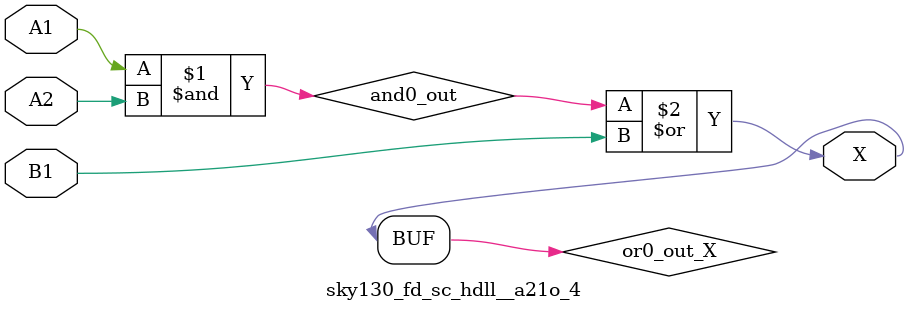
<source format=v>
/*
 * Copyright 2020 The SkyWater PDK Authors
 *
 * Licensed under the Apache License, Version 2.0 (the "License");
 * you may not use this file except in compliance with the License.
 * You may obtain a copy of the License at
 *
 *     https://www.apache.org/licenses/LICENSE-2.0
 *
 * Unless required by applicable law or agreed to in writing, software
 * distributed under the License is distributed on an "AS IS" BASIS,
 * WITHOUT WARRANTIES OR CONDITIONS OF ANY KIND, either express or implied.
 * See the License for the specific language governing permissions and
 * limitations under the License.
 *
 * SPDX-License-Identifier: Apache-2.0
*/


`ifndef SKY130_FD_SC_HDLL__A21O_4_FUNCTIONAL_V
`define SKY130_FD_SC_HDLL__A21O_4_FUNCTIONAL_V

/**
 * a21o: 2-input AND into first input of 2-input OR.
 *
 *       X = ((A1 & A2) | B1)
 *
 * Verilog simulation functional model.
 */

`timescale 1ns / 1ps
`default_nettype none

`celldefine
module sky130_fd_sc_hdll__a21o_4 (
    X ,
    A1,
    A2,
    B1
);

    // Module ports
    output X ;
    input  A1;
    input  A2;
    input  B1;

    // Local signals
    wire and0_out ;
    wire or0_out_X;

    //  Name  Output     Other arguments
    and and0 (and0_out , A1, A2         );
    or  or0  (or0_out_X, and0_out, B1   );
    buf buf0 (X        , or0_out_X      );

endmodule
`endcelldefine

`default_nettype wire
`endif  // SKY130_FD_SC_HDLL__A21O_4_FUNCTIONAL_V

</source>
